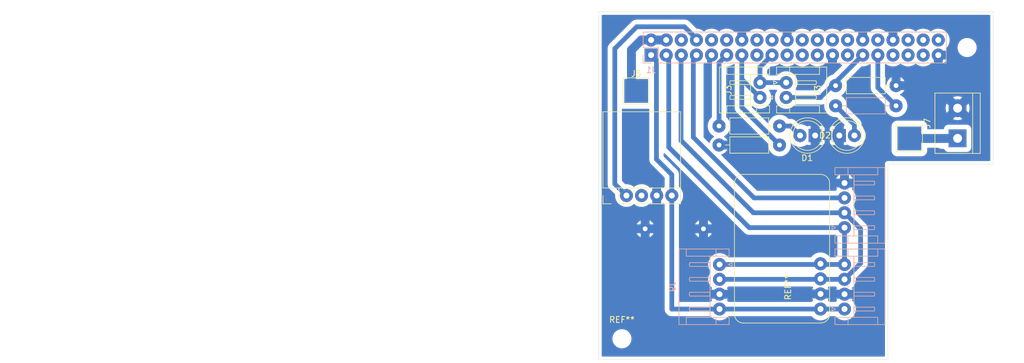
<source format=kicad_pcb>
(kicad_pcb (version 20240108) (generator "pcbnew") (generator_version "8.0")
  (layers (0 "F.Cu" signal) (31 "B.Cu" signal) (34 "B.Paste" user) (35 "F.Paste" user) (36 "B.SilkS" user "B.Silkscreen") (37 "F.SilkS" user "F.Silkscreen") (38 "B.Mask" user) (39 "F.Mask" user) (44 "Edge.Cuts" user))
  (net 0 "")
  (net 1 "GPIO13")
  (net 2 "Net-(D1-A)")
  (net 4 "Net-(D2-A)")
  (net 5 "+3.3V")
  (net 6 "TX")
  (net 7 "RX")
  (net 8 "GND")
  (net 11 "GPIO6")
  (net 15 "GPIO27")
  (net 18 "GPIO17")
  (net 19 "+5V")
  (net 21 "SDA")
  (net 26 "SCL")
  (net 31 "GPIO4")
  (net 33 "Net-(J5-Pin_1)")
  (net 34 "GPIO5")
  (footprint "Library_komsos:MountingHole_2.2mm_M2" (layer "F.Cu") (at 149.5 102)
    (property "Reference" "REF**" (at 0 -3.2 0) (layer "F.SilkS"))
    (property "Value" "MountingHole_2.2mm_M2")
    (pad "" np_thru_hole circle (at 0 0) (size 2.2 2.2) (drill 2.2) (layers "F&B.Cu" "*.Mask") (clearance 0.5))
  )
  (footprint "Library_komsos:JST_EH_S2B-EH_1x02_P2.50mm_Horizontal_kosmos" (layer "F.Cu") (at 172.7 61.4 90)
    (property "Reference" "J3" (at 1.25 -5.3025 90) (layer "F.SilkS"))
    (property "Value" "ILS 1")
    (fp_line (start 5.11 -6.81) (end 5.11 1.61) (stroke (width 0.12)) (layer "F.SilkS"))
    (fp_line (start -2.61 -6.81) (end 5.11 -6.81) (stroke (width 0.12)) (layer "F.SilkS"))
    (fp_line (start 5.11 -5.59) (end 3.89 -5.59) (stroke (width 0.12)) (layer "F.SilkS"))
    (fp_line (start 3.89 -5.59) (end 3.89 -0.59) (stroke (width 0.12)) (layer "F.SilkS"))
    (fp_line (start -1.39 -5.59) (end -1.39 -0.59) (stroke (width 0.12)) (layer "F.SilkS"))
    (fp_line (start -2.61 -5.59) (end -1.39 -5.59) (stroke (width 0.12)) (layer "F.SilkS"))
    (fp_line (start 2.5 -5.09) (end 2.82 -5.01) (stroke (width 0.12)) (layer "F.SilkS"))
    (fp_line (start 0 -5.09) (end 0.32 -5.01) (stroke (width 0.12)) (layer "F.SilkS"))
    (fp_line (start 2.82 -5.01) (end 2.82 -1.59) (stroke (width 0.12)) (layer "F.SilkS"))
    (fp_line (start 2.18 -5.01) (end 2.5 -5.09) (stroke (width 0.12)) (layer "F.SilkS"))
    (fp_line (start 0.32 -5.01) (end 0.32 -1.59) (stroke (width 0.12)) (layer "F.SilkS"))
    (fp_line (start -0.32 -5.01) (end 0 -5.09) (stroke (width 0.12)) (layer "F.SilkS"))
    (fp_line (start 2.82 -1.59) (end 2.5 -1.59) (stroke (width 0.12)) (layer "F.SilkS"))
    (fp_line (start 2.5 -1.59) (end 2.18 -1.59) (stroke (width 0.12)) (layer "F.SilkS"))
    (fp_line (start 2.18 -1.59) (end 2.18 -5.01) (stroke (width 0.12)) (layer "F.SilkS"))
    (fp_line (start 0.32 -1.59) (end 0 -1.59) (stroke (width 0.12)) (layer "F.SilkS"))
    (fp_line (start 0 -1.59) (end -0.32 -1.59) (stroke (width 0.12)) (layer "F.SilkS"))
    (fp_line (start -0.32 -1.59) (end -0.32 -5.01) (stroke (width 0.12)) (layer "F.SilkS"))
    (fp_line (start -1.39 -1.59) (end 3.89 -1.59) (stroke (width 0.12)) (layer "F.SilkS"))
    (fp_line (start 3.89 -0.59) (end 5.11 -0.59) (stroke (width 0.12)) (layer "F.SilkS"))
    (fp_line (start 1.17 -0.59) (end 1.33 -0.59) (stroke (width 0.12)) (layer "F.SilkS"))
    (fp_line (start -1.39 -0.59) (end -2.61 -0.59) (stroke (width 0.12)) (layer "F.SilkS"))
    (fp_line (start -1.39 -0.59) (end -1.39 1.61) (stroke (width 0.12)) (layer "F.SilkS"))
    (fp_line (start 0 1.5) (end -0.3 2.1) (stroke (width 0.12)) (layer "F.SilkS"))
    (fp_line (start 5.11 1.61) (end 3.89 1.61) (stroke (width 0.12)) (layer "F.SilkS"))
    (fp_line (start 3.89 1.61) (end 3.89 -0.59) (stroke (width 0.12)) (layer "F.SilkS"))
    (fp_line (start -1.39 1.61) (end -2.61 1.61) (stroke (width 0.12)) (layer "F.SilkS"))
    (fp_line (start -2.61 1.61) (end -2.61 -6.81) (stroke (width 0.12)) (layer "F.SilkS"))
    (fp_line (start 0.3 2.1) (end 0 1.5) (stroke (width 0.12)) (layer "F.SilkS"))
    (fp_line (start -0.3 2.1) (end 0.3 2.1) (stroke (width 0.12)) (layer "F.SilkS"))
    (pad "1" thru_hole circle (at 0 0 90) (size 2.2 2.2) (drill 1) (layers "*.Cu" "*.Mask") (net 15 "GPIO27"))
    (pad "2" thru_hole oval (at 2.5 0 90) (size 2.2 2.2) (drill 1) (layers "*.Cu" "*.Mask") (net 5 "+3.3V"))
  )
  (footprint "Library_komsos:TestPoint_Pad_4.0x4.0mm_KOSMOS" (layer "F.Cu") (at 151.9 60.3)
    (property "Reference" "J5" (at 0 -2.898 0) (layer "F.SilkS"))
    (property "Value" "Conn_01x01_Socket_Solder_Pad" (hide yes))
    (fp_line (start -2.2 -2.2) (end 2.2 -2.2) (stroke (width 0.12)) (layer "F.SilkS"))
    (fp_line (start -2.2 2.2) (end -2.2 -2.2) (stroke (width 0.12)) (layer "F.SilkS"))
    (fp_line (start 2.2 -2.2) (end 2.2 2.2) (stroke (width 0.12)) (layer "F.SilkS"))
    (fp_line (start 2.2 2.2) (end -2.2 2.2) (stroke (width 0.12)) (layer "F.SilkS"))
    (pad "1" smd rect (at 0 0) (size 4 4) (layers "B.Cu" "B.Mask") (net 33 "Net-(J5-Pin_1)") (clearance 1))
  )
  (footprint "Library_komsos:JST_EH_S2B-EH_1x02_P2.50mm_Horizontal_kosmos" (layer "F.Cu") (at 177.1 58.9 -90)
    (property "Reference" "J3" (at 1.25 -5.3025 90) (layer "F.SilkS"))
    (property "Value" "ILS 1")
    (fp_line (start -0.3 2.1) (end 0.3 2.1) (stroke (width 0.12)) (layer "F.SilkS"))
    (fp_line (start 0.3 2.1) (end 0 1.5) (stroke (width 0.12)) (layer "F.SilkS"))
    (fp_line (start -2.61 1.61) (end -2.61 -6.81) (stroke (width 0.12)) (layer "F.SilkS"))
    (fp_line (start -1.39 1.61) (end -2.61 1.61) (stroke (width 0.12)) (layer "F.SilkS"))
    (fp_line (start 3.89 1.61) (end 3.89 -0.59) (stroke (width 0.12)) (layer "F.SilkS"))
    (fp_line (start 5.11 1.61) (end 3.89 1.61) (stroke (width 0.12)) (layer "F.SilkS"))
    (fp_line (start 0 1.5) (end -0.3 2.1) (stroke (width 0.12)) (layer "F.SilkS"))
    (fp_line (start -1.39 -0.59) (end -1.39 1.61) (stroke (width 0.12)) (layer "F.SilkS"))
    (fp_line (start -1.39 -0.59) (end -2.61 -0.59) (stroke (width 0.12)) (layer "F.SilkS"))
    (fp_line (start 1.17 -0.59) (end 1.33 -0.59) (stroke (width 0.12)) (layer "F.SilkS"))
    (fp_line (start 3.89 -0.59) (end 5.11 -0.59) (stroke (width 0.12)) (layer "F.SilkS"))
    (fp_line (start -1.39 -1.59) (end 3.89 -1.59) (stroke (width 0.12)) (layer "F.SilkS"))
    (fp_line (start -0.32 -1.59) (end -0.32 -5.01) (stroke (width 0.12)) (layer "F.SilkS"))
    (fp_line (start 0 -1.59) (end -0.32 -1.59) (stroke (width 0.12)) (layer "F.SilkS"))
    (fp_line (start 0.32 -1.59) (end 0 -1.59) (stroke (width 0.12)) (layer "F.SilkS"))
    (fp_line (start 2.18 -1.59) (end 2.18 -5.01) (stroke (width 0.12)) (layer "F.SilkS"))
    (fp_line (start 2.5 -1.59) (end 2.18 -1.59) (stroke (width 0.12)) (layer "F.SilkS"))
    (fp_line (start 2.82 -1.59) (end 2.5 -1.59) (stroke (width 0.12)) (layer "F.SilkS"))
    (fp_line (start -0.32 -5.01) (end 0 -5.09) (stroke (width 0.12)) (layer "F.SilkS"))
    (fp_line (start 0.32 -5.01) (end 0.32 -1.59) (stroke (width 0.12)) (layer "F.SilkS"))
    (fp_line (start 2.18 -5.01) (end 2.5 -5.09) (stroke (width 0.12)) (layer "F.SilkS"))
    (fp_line (start 2.82 -5.01) (end 2.82 -1.59) (stroke (width 0.12)) (layer "F.SilkS"))
    (fp_line (start 0 -5.09) (end 0.32 -5.01) (stroke (width 0.12)) (layer "F.SilkS"))
    (fp_line (start 2.5 -5.09) (end 2.82 -5.01) (stroke (width 0.12)) (layer "F.SilkS"))
    (fp_line (start -2.61 -5.59) (end -1.39 -5.59) (stroke (width 0.12)) (layer "F.SilkS"))
    (fp_line (start -1.39 -5.59) (end -1.39 -0.59) (stroke (width 0.12)) (layer "F.SilkS"))
    (fp_line (start 3.89 -5.59) (end 3.89 -0.59) (stroke (width 0.12)) (layer "F.SilkS"))
    (fp_line (start 5.11 -5.59) (end 3.89 -5.59) (stroke (width 0.12)) (layer "F.SilkS"))
    (fp_line (start -2.61 -6.81) (end 5.11 -6.81) (stroke (width 0.12)) (layer "F.SilkS"))
    (fp_line (start 5.11 -6.81) (end 5.11 1.61) (stroke (width 0.12)) (layer "F.SilkS"))
    (pad "1" thru_hole circle (at 0 0 270) (size 2.2 2.2) (drill 1) (layers "*.Cu" "*.Mask") (net 5 "+3.3V"))
    (pad "2" thru_hole oval (at 2.5 0 270) (size 2.2 2.2) (drill 1) (layers "*.Cu" "*.Mask") (net 34 "GPIO5"))
  )
  (footprint "" (layer "F.Cu") (at 153.4 83.5)
    (property "Reference" "" (at 0 0 0) (layer "F.SilkS") (effects (font (size 1.27 1.27))))
    (property "Value" "")
    (pad "2" thru_hole oval (at 0 0 180) (size 2.2 2.2) (drill 0.8) (layers "*.Cu" "*.Mask") (net 8 "GND"))
  )
  (footprint "Library_komsos:TerminalBlock_bornier-2_P5.08mm_v3mm" (layer "F.Cu") (at 205.9 68.28 90)
    (property "Reference" "J7" (at 2.54 -5.08 90) (layer "F.SilkS"))
    (property "Value" "Alim_Principale")
    (fp_line (start 7.62 -3.81) (end -2.54 -3.81) (stroke (width 0.12)) (layer "F.SilkS"))
    (fp_line (start -2.54 -3.81) (end -2.54 3.81) (stroke (width 0.12)) (layer "F.SilkS"))
    (fp_line (start 7.62 2.54) (end -2.54 2.54) (stroke (width 0.12)) (layer "F.SilkS"))
    (fp_line (start 7.62 3.81) (end 7.62 -3.81) (stroke (width 0.12)) (layer "F.SilkS"))
    (fp_line (start -2.54 3.81) (end 7.62 3.81) (stroke (width 0.12)) (layer "F.SilkS"))
    (pad "1" thru_hole rect (at 0 0 90) (size 3 3) (drill 1.5) (layers "*.Cu" "*.Mask") (net 19 "+5V"))
    (pad "2" thru_hole circle (at 5.08 0 90) (size 3 3) (drill 1.5) (layers "*.Cu" "*.Mask") (net 8 "GND"))
  )
  (footprint "Library_komsos:GPS_BDS_BeiDou_Dual_Module_v2.2mm" (layer "F.Cu") (at 147.72 77.9 90)
    (property "Reference" "IC1" (hide yes))
    (property "Value" "Module_GPS")
    (fp_line (start 14.1 -1.4) (end 1.27 -1.4) (stroke (width 0.12)) (layer "F.SilkS"))
    (fp_line (start 1.27 -1.4) (end 1.27 1.27) (stroke (width 0.12)) (layer "F.SilkS"))
    (fp_line (start 0 -1.4) (end -1.4 -1.4) (stroke (width 0.12)) (layer "F.SilkS"))
    (fp_line (start -1.4 -1.4) (end -1.4 0) (stroke (width 0.12)) (layer "F.SilkS"))
    (fp_line (start 1.27 1.27) (end -1.4 1.27) (stroke (width 0.12)) (layer "F.SilkS"))
    (fp_line (start 1.27 1.27) (end 1.27 11.63) (stroke (width 0.12)) (layer "F.SilkS"))
    (fp_line (start -1.4 1.27) (end -1.4 11.63) (stroke (width 0.12)) (layer "F.SilkS"))
    (fp_line (start 14.1 11.63) (end 14.1 -1.4) (stroke (width 0.12)) (layer "F.SilkS"))
    (fp_line (start -1.4 11.63) (end 14.1 11.63) (stroke (width 0.12)) (layer "F.SilkS"))
    (pad "2" thru_hole oval (at 0 2.54 90) (size 2.2 2.2) (drill 1) (layers "*.Cu" "*.Mask") (net 6 "TX"))
    (pad "3" thru_hole oval (at 0 5.08 90) (size 2.2 2.2) (drill 1) (layers "*.Cu" "*.Mask") (net 7 "RX"))
    (pad "4" thru_hole oval (at 0 7.62 90) (size 2.2 2.2) (drill 1) (layers "*.Cu" "*.Mask") (net 8 "GND"))
    (pad "5" thru_hole oval (at 0 10.16 90) (size 2.2 2.2) (drill 1) (layers "*.Cu" "*.Mask") (net 5 "+3.3V"))
  )
  (footprint "Sensor:SEN0419" (layer "F.Cu") (at 170.900001 96.848 90)
    (property "Reference" "REF**" (at 3.5 6.5 90) (layer "F.SilkS"))
    (property "Value" "SEN0419")
    (fp_line (start 21 -2.5) (end -1 -2.5) (stroke (width 0.12)) (layer "F.SilkS"))
    (fp_line (start 22.499998 -1.000002) (end 22.499998 11.999998) (stroke (width 0.12)) (layer "F.SilkS"))
    (fp_line (start -2.5 12) (end -2.5 -1) (stroke (width 0.12)) (layer "F.SilkS"))
    (fp_line (start -1.000002 13.499998) (end 20.999998 13.499998) (stroke (width 0.12)) (layer "F.SilkS"))
    (fp_arc (start 21 -2.5) (mid 22.060659 -2.060661) (end 22.499998 -1.000002) (stroke (width 0.12)) (layer "F.SilkS"))
    (fp_arc (start -2.5 -1) (mid -2.060661 -2.060659) (end -1.000002 -2.499998) (stroke (width 0.12)) (layer "F.SilkS"))
    (fp_arc (start 22.499998 11.999998) (mid 22.060659 13.060658) (end 21 13.499996) (stroke (width 0.12)) (layer "F.SilkS"))
    (fp_arc (start -1.000002 13.499998) (mid -2.060661 13.060659) (end -2.5 12) (stroke (width 0.12)) (layer "F.SilkS"))
    (pad "1" thru_hole oval (at -0.152 11.967 90) (size 2.2 2.2) (drill 1) (layers "*.Cu" "*.Mask") (net 5 "+3.3V"))
    (pad "2" thru_hole oval (at 2.388 11.967 90) (size 2.2 2.2) (drill 1) (layers "*.Cu" "*.Mask") (net 8 "GND"))
    (pad "3" thru_hole circle (at 4.928 11.967 90) (size 2.2 2.2) (drill 1) (layers "*.Cu" "*.Mask") (net 26 "SCL"))
    (pad "4" thru_hole circle (at 7.468 11.967 90) (size 2.2 2.2) (drill 1) (layers "*.Cu" "*.Mask") (net 21 "SDA"))
  )
  (footprint "Library_komsos:LED_D5.0mm_v2.2mm" (layer "F.Cu") (at 181.965 67.8 180)
    (property "Reference" "D1" (at 1.34 -3.775 0) (layer "F.SilkS"))
    (property "Value" "LED_verte")
    (fp_line (start -1.29 -1.545) (end -1.29 1.545) (stroke (width 0.12)) (layer "F.SilkS"))
    (fp_arc (start 4.26 -0.000462) (mid 2.072002 2.880433) (end -1.29 1.54483) (stroke (width 0.12)) (layer "F.SilkS"))
    (fp_arc (start -1.29 -1.54483) (mid 2.072002 -2.880433) (end 4.26 0.000462) (stroke (width 0.12)) (layer "F.SilkS"))
    (fp_circle (center 1.27 0) (end 3.77 0) (stroke (width 0.12)) (fill none) (layer "F.SilkS"))
    (pad "1" thru_hole rect (at 0 0 180) (size 2.2 2.2) (drill 1) (layers "*.Cu" "*.Mask") (net 8 "GND"))
    (pad "2" thru_hole circle (at 2.54 0 180) (size 2.2 2.2) (drill 1) (layers "*.Cu" "*.Mask") (net 2 "Net-(D1-A)"))
  )
  (footprint "Library_komsos:MountingHole_2.2mm_M2" (layer "F.Cu") (at 207.5 53)
    (property "Reference" "REF**" (hide yes))
    (property "Value" "MountingHole_2.2mm_M2")
    (pad "" np_thru_hole circle (at 0 0) (size 2.2 2.2) (drill 2.2) (layers "F&B.Cu" "*.Mask") (clearance 0.5))
  )
  (footprint "Library_komsos:LED_D5.0mm_v2.2mm" (layer "F.Cu") (at 186.025 67.8)
    (property "Reference" "D2" (at -2.4 -0.025 0) (layer "F.SilkS"))
    (property "Value" "LED_rouge")
    (fp_line (start -1.29 -1.545) (end -1.29 1.545) (stroke (width 0.12)) (layer "F.SilkS"))
    (fp_arc (start -1.29 -1.54483) (mid 2.072002 -2.880433) (end 4.26 0.000462) (stroke (width 0.12)) (layer "F.SilkS"))
    (fp_arc (start 4.26 -0.000462) (mid 2.072002 2.880433) (end -1.29 1.54483) (stroke (width 0.12)) (layer "F.SilkS"))
    (fp_circle (center 1.27 0) (end 3.77 0) (stroke (width 0.12)) (fill none) (layer "F.SilkS"))
    (pad "1" thru_hole rect (at 0 0) (size 2.2 2.2) (drill 1) (layers "*.Cu" "*.Mask") (net 8 "GND"))
    (pad "2" thru_hole circle (at 2.54 0) (size 2.2 2.2) (drill 1) (layers "*.Cu" "*.Mask") (net 4 "Net-(D2-A)"))
  )
  (footprint "Library_komsos:TestPoint_Pad_4.0x4.0mm_KOSMOS" (layer "F.Cu") (at 197.8 68.3)
    (property "Reference" "J6" (hide yes))
    (property "Value" "Conn_01x01_Socket_Solder_Pad" (hide yes))
    (fp_line (start -2.2 -2.2) (end 2.2 -2.2) (stroke (width 0.12)) (layer "F.SilkS"))
    (fp_line (start -2.2 2.2) (end -2.2 -2.2) (stroke (width 0.12)) (layer "F.SilkS"))
    (fp_line (start 2.2 -2.2) (end 2.2 2.2) (stroke (width 0.12)) (layer "F.SilkS"))
    (fp_line (start 2.2 2.2) (end -2.2 2.2) (stroke (width 0.12)) (layer "F.SilkS"))
    (pad "1" smd rect (at 0 0) (size 4 4) (layers "B.Cu" "B.Mask") (net 19 "+5V") (clearance 1))
  )
  (footprint "Library_komsos:R_Axial_DIN0207_L6.3mm_D2.5mm_P10.16mm_Horizontal_v2.2mm" (layer "F.Cu") (at 185.4 59.4)
    (property "Reference" "R4" (hide yes))
    (property "Value" "10k")
    (fp_line (start 1.04 0) (end 1.81 0) (stroke (width 0.12)) (layer "F.SilkS"))
    (fp_line (start 1.81 -1.37) (end 1.81 1.37) (stroke (width 0.12)) (layer "F.SilkS"))
    (fp_line (start 1.81 1.37) (end 8.35 1.37) (stroke (width 0.12)) (layer "F.SilkS"))
    (fp_line (start 8.35 -1.37) (end 1.81 -1.37) (stroke (width 0.12)) (layer "F.SilkS"))
    (fp_line (start 8.35 1.37) (end 8.35 -1.37) (stroke (width 0.12)) (layer "F.SilkS"))
    (fp_line (start 9.12 0) (end 8.35 0) (stroke (width 0.12)) (layer "F.SilkS"))
    (pad "1" thru_hole oval (at 0 0) (size 2.2 2.2) (drill 0.8) (layers "*.Cu" "*.Mask") (net 34 "GPIO5"))
    (pad "2" thru_hole oval (at 10.16 0) (size 2.2 2.2) (drill 0.8) (layers "*.Cu" "*.Mask") (net 8 "GND"))
  )
  (footprint "" (layer "F.Cu") (at 163.2 83.5)
    (property "Reference" "" (at 0 0 0) (layer "F.SilkS") (effects (font (size 1.27 1.27))))
    (property "Value" "")
    (pad "2" thru_hole oval (at 0 0 180) (size 2.2 2.2) (drill 0.8) (layers "*.Cu" "*.Mask") (net 8 "GND"))
  )
  (footprint "Library_komsos:R_Axial_DIN0207_L6.3mm_D2.5mm_P10.16mm_Horizontal_v2.2mm" (layer "F.Cu") (at 175.98 69.4 180)
    (property "Reference" "R3" (hide yes))
    (property "Value" "10k")
    (fp_line (start 9.12 0) (end 8.35 0) (stroke (width 0.12)) (layer "F.SilkS"))
    (fp_line (start 8.35 1.37) (end 8.35 -1.37) (stroke (width 0.12)) (layer "F.SilkS"))
    (fp_line (start 8.35 -1.37) (end 1.81 -1.37) (stroke (width 0.12)) (layer "F.SilkS"))
    (fp_line (start 1.81 1.37) (end 8.35 1.37) (stroke (width 0.12)) (layer "F.SilkS"))
    (fp_line (start 1.81 -1.37) (end 1.81 1.37) (stroke (width 0.12)) (layer "F.SilkS"))
    (fp_line (start 1.04 0) (end 1.81 0) (stroke (width 0.12)) (layer "F.SilkS"))
    (pad "1" thru_hole oval (at 0 0 180) (size 2.2 2.2) (drill 0.8) (layers "*.Cu" "*.Mask") (net 15 "GPIO27"))
    (pad "2" thru_hole oval (at 10.16 0 180) (size 2.2 2.2) (drill 0.8) (layers "*.Cu" "*.Mask") (net 8 "GND"))
  )
  (footprint "Library_komsos:R_Axial_DIN0207_L6.3mm_D2.5mm_P10.16mm_Horizontal_v2.2mm" (layer "F.Cu") (at 165.82 66.2)
    (property "Reference" "R1" (hide yes))
    (property "Value" "260")
    (fp_line (start 1.04 0) (end 1.81 0) (stroke (width 0.12)) (layer "F.SilkS"))
    (fp_line (start 1.81 -1.37) (end 1.81 1.37) (stroke (width 0.12)) (layer "F.SilkS"))
    (fp_line (start 1.81 1.37) (end 8.35 1.37) (stroke (width 0.12)) (layer "F.SilkS"))
    (fp_line (start 8.35 -1.37) (end 1.81 -1.37) (stroke (width 0.12)) (layer "F.SilkS"))
    (fp_line (start 8.35 1.37) (end 8.35 -1.37) (stroke (width 0.12)) (layer "F.SilkS"))
    (fp_line (start 9.12 0) (end 8.35 0) (stroke (width 0.12)) (layer "F.SilkS"))
    (pad "1" thru_hole oval (at 0 0) (size 2.2 2.2) (drill 0.8) (layers "*.Cu" "*.Mask") (net 18 "GPIO17"))
    (pad "2" thru_hole oval (at 10.16 0) (size 2.2 2.2) (drill 0.8) (layers "*.Cu" "*.Mask") (net 2 "Net-(D1-A)"))
  )
  (footprint "Library_komsos:JST_EH_S4B-EH_1x04_P2.50mm_Horizontal_kosmos" (layer "B.Cu") (at 165.9 89.5 -90)
    (property "Reference" "J9" (at 3.75 7.9 90) (layer "B.SilkS") (effects (justify mirror)))
    (property "Value" "Capteur_Lux")
    (fp_line (start -2.61 6.81) (end -2.61 -1.61) (stroke (width 0.12)) (layer "B.SilkS"))
    (fp_line (start 10.11 6.81) (end -2.61 6.81) (stroke (width 0.12)) (layer "B.SilkS"))
    (fp_line (start -1.39 5.59) (end -2.61 5.59) (stroke (width 0.12)) (layer "B.SilkS"))
    (fp_line (start 8.89 5.59) (end 10.11 5.59) (stroke (width 0.12)) (layer "B.SilkS"))
    (fp_line (start 0 5.09) (end -0.32 5.01) (stroke (width 0.12)) (layer "B.SilkS"))
    (fp_line (start 2.5 5.09) (end 2.18 5.01) (stroke (width 0.12)) (layer "B.SilkS"))
    (fp_line (start 5 5.09) (end 4.68 5.01) (stroke (width 0.12)) (layer "B.SilkS"))
    (fp_line (start 7.5 5.09) (end 7.18 5.01) (stroke (width 0.12)) (layer "B.SilkS"))
    (fp_line (start -0.32 5.01) (end -0.32 1.59) (stroke (width 0.12)) (layer "B.SilkS"))
    (fp_line (start 0.32 5.01) (end 0 5.09) (stroke (width 0.12)) (layer "B.SilkS"))
    (fp_line (start 2.18 5.01) (end 2.18 1.59) (stroke (width 0.12)) (layer "B.SilkS"))
    (fp_line (start 2.82 5.01) (end 2.5 5.09) (stroke (width 0.12)) (layer "B.SilkS"))
    (fp_line (start 4.68 5.01) (end 4.68 1.59) (stroke (width 0.12)) (layer "B.SilkS"))
    (fp_line (start 5.32 5.01) (end 5 5.09) (stroke (width 0.12)) (layer "B.SilkS"))
    (fp_line (start 7.18 5.01) (end 7.18 1.59) (stroke (width 0.12)) (layer "B.SilkS"))
    (fp_line (start 7.82 5.01) (end 7.5 5.09) (stroke (width 0.12)) (layer "B.SilkS"))
    (fp_line (start -0.32 1.59) (end 0 1.59) (stroke (width 0.12)) (layer "B.SilkS"))
    (fp_line (start 0 1.59) (end 0.32 1.59) (stroke (width 0.12)) (layer "B.SilkS"))
    (fp_line (start 0.32 1.59) (end 0.32 5.01) (stroke (width 0.12)) (layer "B.SilkS"))
    (fp_line (start 2.18 1.59) (end 2.5 1.59) (stroke (width 0.12)) (layer "B.SilkS"))
    (fp_line (start 2.5 1.59) (end 2.82 1.59) (stroke (width 0.12)) (layer "B.SilkS"))
    (fp_line (start 2.82 1.59) (end 2.82 5.01) (stroke (width 0.12)) (layer "B.SilkS"))
    (fp_line (start 4.68 1.59) (end 5 1.59) (stroke (width 0.12)) (layer "B.SilkS"))
    (fp_line (start 5 1.59) (end 5.32 1.59) (stroke (width 0.12)) (layer "B.SilkS"))
    (fp_line (start 5.32 1.59) (end 5.32 5.01) (stroke (width 0.12)) (layer "B.SilkS"))
    (fp_line (start 7.18 1.59) (end 7.5 1.59) (stroke (width 0.12)) (layer "B.SilkS"))
    (fp_line (start 7.5 1.59) (end 7.82 1.59) (stroke (width 0.12)) (layer "B.SilkS"))
    (fp_line (start 7.82 1.59) (end 7.82 5.01) (stroke (width 0.12)) (layer "B.SilkS"))
    (fp_line (start 8.89 1.59) (end -1.39 1.59) (stroke (width 0.12)) (layer "B.SilkS"))
    (fp_line (start -2.61 0.59) (end -1.39 0.59) (stroke (width 0.12)) (layer "B.SilkS"))
    (fp_line (start -1.39 0.59) (end -1.39 5.59) (stroke (width 0.12)) (layer "B.SilkS"))
    (fp_line (start 1.33 0.59) (end 1.17 0.59) (stroke (width 0.12)) (layer "B.SilkS"))
    (fp_line (start 3.83 0.59) (end 3.67 0.59) (stroke (width 0.12)) (layer "B.SilkS"))
    (fp_line (start 6.33 0.59) (end 6.17 0.59) (stroke (width 0.12)) (layer "B.SilkS"))
    (fp_line (start 8.89 0.59) (end 8.89 5.59) (stroke (width 0.12)) (layer "B.SilkS"))
    (fp_line (start 8.89 0.59) (end 8.89 -1.61) (stroke (width 0.12)) (layer "B.SilkS"))
    (fp_line (start 10.11 0.59) (end 8.89 0.59) (stroke (width 0.12)) (layer "B.SilkS"))
    (fp_line (start 0 -1.5) (end 0.3 -2.1) (stroke (width 0.12)) (layer "B.SilkS"))
    (fp_line (start -2.61 -1.61) (end -1.39 -1.61) (stroke (width 0.12)) (layer "B.SilkS"))
    (fp_line (start -1.39 -1.61) (end -1.39 0.59) (stroke (width 0.12)) (layer "B.SilkS"))
    (fp_line (start 8.89 -1.61) (end 10.11 -1.61) (stroke (width 0.12)) (layer "B.SilkS"))
    (fp_line (start 10.11 -1.61) (end 10.11 6.81) (stroke (width 0.12)) (layer "B.SilkS"))
    (fp_line (start -0.3 -2.1) (end 0 -1.5) (stroke (width 0.12)) (layer "B.SilkS"))
    (fp_line (start 0.3 -2.1) (end -0.3 -2.1) (stroke (width 0.12)) (layer "B.SilkS"))
    (pad "1" thru_hole circle (at 0 0 270) (size 2.2 2.2) (drill 1) (layers "*.Cu" "*.Mask") (net 21 "SDA"))
    (pad "2" thru_hole oval (at 2.5 0 270) (size 2.2 2.2) (drill 1) (layers "*.Cu" "*.Mask") (net 26 "SCL"))
    (pad "3" thru_hole oval (at 5 0 270) (size 2.2 2.2) (drill 1) (layers "*.Cu" "*.Mask") (net 8 "GND"))
    (pad "4" thru_hole circle (at 7.5 0 270) (size 2.2 2.2) (drill 1) (layers "*.Cu" "*.Mask") (net 5 "+3.3V"))
  )
  (footprint "Library_komsos:JST_EH_S4B-EH_1x04_P2.50mm_Horizontal_kosmos" (layer "B.Cu") (at 186.9 83.3 90)
    (property "Reference" "J2" (hide yes))
    (property "Value" "Arduino_Motor")
    (fp_line (start 0.3 -2.1) (end -0.3 -2.1) (stroke (width 0.12)) (layer "B.SilkS"))
    (fp_line (start -0.3 -2.1) (end 0 -1.5) (stroke (width 0.12)) (layer "B.SilkS"))
    (fp_line (start 10.11 -1.61) (end 10.11 6.81) (stroke (width 0.12)) (layer "B.SilkS"))
    (fp_line (start 8.89 -1.61) (end 10.11 -1.61) (stroke (width 0.12)) (layer "B.SilkS"))
    (fp_line (start -1.39 -1.61) (end -1.39 0.59) (stroke (width 0.12)) (layer "B.SilkS"))
    (fp_line (start -2.61 -1.61) (end -1.39 -1.61) (stroke (width 0.12)) (layer "B.SilkS"))
    (fp_line (start 0 -1.5) (end 0.3 -2.1) (stroke (width 0.12)) (layer "B.SilkS"))
    (fp_line (start 10.11 0.59) (end 8.89 0.59) (stroke (width 0.12)) (layer "B.SilkS"))
    (fp_line (start 8.89 0.59) (end 8.89 -1.61) (stroke (width 0.12)) (layer "B.SilkS"))
    (fp_line (start 8.89 0.59) (end 8.89 5.59) (stroke (width 0.12)) (layer "B.SilkS"))
    (fp_line (start 6.33 0.59) (end 6.17 0.59) (stroke (width 0.12)) (layer "B.SilkS"))
    (fp_line (start 3.83 0.59) (end 3.67 0.59) (stroke (width 0.12)) (layer "B.SilkS"))
    (fp_line (start 1.33 0.59) (end 1.17 0.59) (stroke (width 0.12)) (layer "B.SilkS"))
    (fp_line (start -1.39 0.59) (end -1.39 5.59) (stroke (width 0.12)) (layer "B.SilkS"))
    (fp_line (start -2.61 0.59) (end -1.39 0.59) (stroke (width 0.12)) (layer "B.SilkS"))
    (fp_line (start 8.89 1.59) (end -1.39 1.59) (stroke (width 0.12)) (layer "B.SilkS"))
    (fp_line (start 7.82 1.59) (end 7.82 5.01) (stroke (width 0.12)) (layer "B.SilkS"))
    (fp_line (start 7.5 1.59) (end 7.82 1.59) (stroke (width 0.12)) (layer "B.SilkS"))
    (fp_line (start 7.18 1.59) (end 7.5 1.59) (stroke (width 0.12)) (layer "B.SilkS"))
    (fp_line (start 5.32 1.59) (end 5.32 5.01) (stroke (width 0.12)) (layer "B.SilkS"))
    (fp_line (start 5 1.59) (end 5.32 1.59) (stroke (width 0.12)) (layer "B.SilkS"))
    (fp_line (start 4.68 1.59) (end 5 1.59) (stroke (width 0.12)) (layer "B.SilkS"))
    (fp_line (start 2.82 1.59) (end 2.82 5.01) (stroke (width 0.12)) (layer "B.SilkS"))
    (fp_line (start 2.5 1.59) (end 2.82 1.59) (stroke (width 0.12)) (layer "B.SilkS"))
    (fp_line (start 2.18 1.59) (end 2.5 1.59) (stroke (width 0.12)) (layer "B.SilkS"))
    (fp_line (start 0.32 1.59) (end 0.32 5.01) (stroke (width 0.12)) (layer "B.SilkS"))
    (fp_line (start 0 1.59) (end 0.32 1.59) (stroke (width 0.12)) (layer "B.SilkS"))
    (fp_line (start -0.32 1.59) (end 0 1.59) (stroke (width 0.12)) (layer "B.SilkS"))
    (fp_line (start 7.82 5.01) (end 7.5 5.09) (stroke (width 0.12)) (layer "B.SilkS"))
    (fp_line (start 7.18 5.01) (end 7.18 1.59) (stroke (width 0.12)) (layer "B.SilkS"))
    (fp_line (start 5.32 5.01) (end 5 5.09) (stroke (width 0.12)) (layer "B.SilkS"))
    (fp_line (start 4.68 5.01) (end 4.68 1.59) (stroke (width 0.12)) (layer "B.SilkS"))
    (fp_line (start 2.82 5.01) (end 2.5 5.09) (stroke (width 0.12)) (layer "B.SilkS"))
    (fp_line (start 2.18 5.01) (end 2.18 1.59) (stroke (width 0.12)) (layer "B.SilkS"))
    (fp_line (start 0.32 5.01) (end 0 5.09) (stroke (width 0.12)) (layer "B.SilkS"))
    (fp_line (start -0.32 5.01) (end -0.32 1.59) (stroke (width 0.12)) (layer "B.SilkS"))
    (fp_line (start 7.5 5.09) (end 7.18 5.01) (stroke (width 0.12)) (layer "B.SilkS"))
    (fp_line (start 5 5.09) (end 4.68 5.01) (stroke (width 0.12)) (layer "B.SilkS"))
    (fp_line (start 2.5 5.09) (end 2.18 5.01) (stroke (width 0.12)) (layer "B.SilkS"))
    (fp_line (start 0 5.09) (end -0.32 5.01) (stroke (width 0.12)) (layer "B.SilkS"))
    (fp_line (start 8.89 5.59) (end 10.11 5.59) (stroke (width 0.12)) (layer "B.SilkS"))
    (fp_line (start -1.39 5.59) (end -2.61 5.59) (stroke (width 0.12)) (layer "B.SilkS"))
    (fp_line (start 10.11 6.81) (end -2.61 6.81) (stroke (width 0.12)) (layer "B.SilkS"))
    (fp_line (start -2.61 6.81) (end -2.61 -1.61) (stroke (width 0.12)) (layer "B.SilkS"))
    (pad "1" thru_hole oval (at 0 0 90) (size 2.2 2.2) (drill 1) (layers "*.Cu" "*.Mask") (net 21 "SDA"))
    (pad "2" thru_hole oval (at 2.5 0 90) (size 2.2 2.2) (drill 1) (layers "*.Cu" "*.Mask") (net 26 "SCL"))
    (pad "3" thru_hole oval (at 5 0 90) (size 2.2 2.2) (drill 1) (layers "*.Cu" "*.Mask") (net 31 "GPIO4"))
    (pad "4" thru_hole oval (at 7.5 0 90) (size 2.2 2.2) (drill 1) (layers "*.Cu" "*.Mask") (net 8 "GND"))
  )
  (footprint "Library_komsos:PinSocket_2x20_P2.54mm_Vertical_pad2.2mm" (layer "B.Cu") (at 154.4 54.27 -90)
    (property "Reference" "J1" (at 2.5 0 0) (layer "B.SilkS") (effects (justify mirror)))
    (property "Value" "Raspberry_Pi_2_3")
    (fp_line (start -1.27 1.33) (end -3.87 1.33) (stroke (width 0.12)) (layer "B.SilkS"))
    (fp_line (start 1.33 1.33) (end 0 1.33) (stroke (width 0.12)) (layer "B.SilkS"))
    (fp_line (start 1.33 0) (end 1.33 1.33) (stroke (width 0.12)) (layer "B.SilkS"))
    (fp_line (start -1.27 -1.27) (end -1.27 1.33) (stroke (width 0.12)) (layer "B.SilkS"))
    (fp_line (start 1.33 -1.27) (end -1.27 -1.27) (stroke (width 0.12)) (layer "B.SilkS"))
    (fp_line (start -3.87 -49.59) (end -3.87 1.33) (stroke (width 0.12)) (layer "B.SilkS"))
    (fp_line (start 1.33 -49.59) (end 1.33 -1.27) (stroke (width 0.12)) (layer "B.SilkS"))
    (fp_line (start 1.33 -49.59) (end -3.87 -49.59) (stroke (width 0.12)) (layer "B.SilkS"))
    (pad "1" thru_hole rect (at 0 0 270) (size 2.2 2.2) (drill 1) (layers "*.Cu" "*.Mask") (net 5 "+3.3V"))
    (pad "2" thru_hole oval (at -2.54 0 270) (size 2.2 2.2) (drill 1) (layers "*.Cu" "*.Mask") (net 33 "Net-(J5-Pin_1)"))
    (pad "3" thru_hole oval (at 0 -2.54 270) (size 2.2 2.2) (drill 1) (layers "*.Cu" "*.Mask") (net 21 "SDA"))
    (pad "4" thru_hole oval (at -2.54 -2.54 270) (size 2.2 2.2) (drill 1) (layers "*.Cu" "*.Mask") (net 33 "Net-(J5-Pin_1)"))
    (pad "5" thru_hole oval (at 0 -5.08 270) (size 2.2 2.2) (drill 1) (layers "*.Cu" "*.Mask") (net 26 "SCL"))
    (pad "6" thru_hole oval (at -2.54 -5.08 270) (size 2.2 2.2) (drill 1) (layers "*.Cu" "*.Mask") (net 8 "GND"))
    (pad "7" thru_hole oval (at 0 -7.62 270) (size 2.2 2.2) (drill 1) (layers "*.Cu" "*.Mask") (net 31 "GPIO4"))
    (pad "8" thru_hole oval (at -2.54 -7.62 270) (size 2.2 2.2) (drill 1) (layers "*.Cu" "*.Mask") (net 6 "TX"))
    (pad "9" thru_hole oval (at 0 -10.16 270) (size 2.2 2.2) (drill 1) (layers "*.Cu" "*.Mask") (net 8 "GND"))
    (pad "10" thru_hole oval (at -2.54 -10.16 270) (size 2.2 2.2) (drill 1) (layers "*.Cu" "*.Mask") (net 7 "RX"))
    (pad "11" thru_hole oval (at 0 -12.7 270) (size 2.2 2.2) (drill 1) (layers "*.Cu" "*.Mask") (net 18 "GPIO17"))
    (pad "12" thru_hole oval (at -2.54 -12.7 270) (size 2.2 2.2) (drill 1) (layers "*.Cu" "*.Mask"))
    (pad "13" thru_hole oval (at 0 -15.24 270) (size 2.2 2.2) (drill 1) (layers "*.Cu" "*.Mask") (net 15 "GPIO27"))
    (pad "14" thru_hole oval (at -2.54 -15.24 270) (size 2.2 2.2) (drill 1) (layers "*.Cu" "*.Mask") (net 8 "GND"))
    (pad "15" thru_hole oval (at 0 -17.78 270) (size 2.2 2.2) (drill 1) (layers "*.Cu" "*.Mask"))
    (pad "16" thru_hole oval (at -2.54 -17.78 270) (size 2.2 2.2) (drill 1) (layers "*.Cu" "*.Mask"))
    (pad "17" thru_hole oval (at 0 -20.32 270) (size 2.2 2.2) (drill 1) (layers "*.Cu" "*.Mask") (net 5 "+3.3V"))
    (pad "18" thru_hole oval (at -2.54 -20.32 270) (size 2.2 2.2) (drill 1) (layers "*.Cu" "*.Mask"))
    (pad "19" thru_hole oval (at 0 -22.86 270) (size 2.2 2.2) (drill 1) (layers "*.Cu" "*.Mask"))
    (pad "20" thru_hole oval (at -2.54 -22.86 270) (size 2.2 2.2) (drill 1) (layers "*.Cu" "*.Mask") (net 8 "GND"))
    (pad "21" thru_hole oval (at 0 -25.4 270) (size 2.2 2.2) (drill 1) (layers "*.Cu" "*.Mask"))
    (pad "22" thru_hole oval (at -2.54 -25.4 270) (size 2.2 2.2) (drill 1) (layers "*.Cu" "*.Mask"))
    (pad "23" thru_hole oval (at 0 -27.94 270) (size 2.2 2.2) (drill 1) (layers "*.Cu" "*.Mask"))
    (pad "24" thru_hole oval (at -2.54 -27.94 270) (size 2.2 2.2) (drill 1) (layers "*.Cu" "*.Mask"))
    (pad "25" thru_hole oval (at 0 -30.48 270) (size 2.2 2.2) (drill 1) (layers "*.Cu" "*.Mask") (net 8 "GND"))
    (pad "26" thru_hole oval (at -2.54 -30.48 270) (size 2.2 2.2) (drill 1) (layers "*.Cu" "*.Mask"))
    (pad "27" thru_hole oval (at 0 -33.02 270) (size 2.2 2.2) (drill 1) (layers "*.Cu" "*.Mask"))
    (pad "28" thru_hole oval (at -2.54 -33.02 270) (size 2.2 2.2) (drill 1) (layers "*.Cu" "*.Mask"))
    (pad "29" thru_hole oval (at 0 -35.56 270) (size 2.2 2.2) (drill 1) (layers "*.Cu" "*.Mask") (net 34 "GPIO5"))
    (pad "30" thru_hole oval (at -2.54 -35.56 270) (size 2.2 2.2) (drill 1) (layers "*.Cu" "*.Mask") (net 8 "GND"))
    (pad "31" thru_hole oval (at 0 -38.1 270) (size 2.2 2.2) (drill 1) (layers "*.Cu" "*.Mask") (net 11 "GPIO6"))
    (pad "32" thru_hole oval (at -2.54 -38.1 270) (size 2.2 2.2) (drill 1) (layers "*.Cu" "*.Mask"))
    (pad "33" thru_hole oval (at 0 -40.64 270) (size 2.2 2.2) (drill 1) (layers "*.Cu" "*.Mask") (net 1 "GPIO13"))
    (pad "34" thru_hole oval (at -2.54 -40.64 270) (size 2.2 2.2) (drill 1) (layers "*.Cu" "*.Mask") (net 8 "GND"))
    (pad "35" thru_hole oval (at 0 -43.18 270) (size 2.2 2.2) (drill 1) (layers "*.Cu" "*.Mask"))
    (pad "36" thru_hole oval (at -2.54 -43.18 270) (size 2.2 2.2) (drill 1) (layers "*.Cu" "*.Mask"))
    (pad "37" thru_hole oval (at 0 -45.72 270) (size 2.2 2.2) (drill 1) (layers "*.Cu" "*.Mask"))
    (pad "38" thru_hole oval (at -2.54 -45.72 270) (size 2.2 2.2) (drill 1) (layers "*.Cu" "*.Mask"))
    (pad "39" thru_hole oval (at 0 -48.26 270) (size 2.2 2.2) (drill 1) (layers "*.Cu" "*.Mask") (net 8 "GND"))
    (pad "40" thru_hole oval (at -2.54 -48.26 270) (size 2.2 2.2) (drill 1) (layers "*.Cu" "*.Mask"))
  )
  (footprint "Library_komsos:R_Axial_DIN0207_L6.3mm_D2.5mm_P10.16mm_Horizontal_v2.2mm" (layer "B.Cu") (at 195.56 62.8 180)
    (property "Reference" "R2" (hide yes))
    (property "Value" "260")
    (fp_line (start 8.35 1.37) (end 8.35 -1.37) (stroke (width 0.12)) (layer "B.SilkS"))
    (fp_line (start 8.35 0) (end 9.12 0) (stroke (width 0.12)) (layer "B.SilkS"))
    (fp_line (start 8.35 -1.37) (end 1.81 -1.37) (stroke (width 0.12)) (layer "B.SilkS"))
    (fp_line (start 1.81 1.37) (end 8.35 1.37) (stroke (width 0.12)) (layer "B.SilkS"))
    (fp_line (start 1.81 0) (end 1.04 0) (stroke (width 0.12)) (layer "B.SilkS"))
    (fp_line (start 1.81 -1.37) (end 1.81 1.37) (stroke (width 0.12)) (layer "B.SilkS"))
    (pad "1" thru_hole oval (at 0 0 180) (size 2.2 2.2) (drill 0.8) (layers "*.Cu" "*.Mask") (net 11 "GPIO6"))
    (pad "2" thru_hole oval (at 10.16 0 180) (size 2.2 2.2) (drill 0.8) (layers "*.Cu" "*.Mask") (net 4 "Net-(D2-A)"))
  )
  (footprint "Library_komsos:JST_EH_S4B-EH_1x04_P2.50mm_Horizontal_kosmos" (layer "B.Cu") (at 186.9 97 90)
    (property "Reference" "J4" (hide yes))
    (property "Value" "Capteur_Temp")
    (fp_line (start 0.3 -2.1) (end -0.3 -2.1) (stroke (width 0.12)) (layer "B.SilkS"))
    (fp_line (start -0.3 -2.1) (end 0 -1.5) (stroke (width 0.12)) (layer "B.SilkS"))
    (fp_line (start 10.11 -1.61) (end 10.11 6.81) (stroke (width 0.12)) (layer "B.SilkS"))
    (fp_line (start 8.89 -1.61) (end 10.11 -1.61) (stroke (width 0.12)) (layer "B.SilkS"))
    (fp_line (start -1.39 -1.61) (end -1.39 0.59) (stroke (width 0.12)) (layer "B.SilkS"))
    (fp_line (start -2.61 -1.61) (end -1.39 -1.61) (stroke (width 0.12)) (layer "B.SilkS"))
    (fp_line (start 0 -1.5) (end 0.3 -2.1) (stroke (width 0.12)) (layer "B.SilkS"))
    (fp_line (start 10.11 0.59) (end 8.89 0.59) (stroke (width 0.12)) (layer "B.SilkS"))
    (fp_line (start 8.89 0.59) (end 8.89 -1.61) (stroke (width 0.12)) (layer "B.SilkS"))
    (fp_line (start 8.89 0.59) (end 8.89 5.59) (stroke (width 0.12)) (layer "B.SilkS"))
    (fp_line (start 6.33 0.59) (end 6.17 0.59) (stroke (width 0.12)) (layer "B.SilkS"))
    (fp_line (start 3.83 0.59) (end 3.67 0.59) (stroke (width 0.12)) (layer "B.SilkS"))
    (fp_line (start 1.33 0.59) (end 1.17 0.59) (stroke (width 0.12)) (layer "B.SilkS"))
    (fp_line (start -1.39 0.59) (end -1.39 5.59) (stroke (width 0.12)) (layer "B.SilkS"))
    (fp_line (start -2.61 0.59) (end -1.39 0.59) (stroke (width 0.12)) (layer "B.SilkS"))
    (fp_line (start 8.89 1.59) (end -1.39 1.59) (stroke (width 0.12)) (layer "B.SilkS"))
    (fp_line (start 7.82 1.59) (end 7.82 5.01) (stroke (width 0.12)) (layer "B.SilkS"))
    (fp_line (start 7.5 1.59) (end 7.82 1.59) (stroke (width 0.12)) (layer "B.SilkS"))
    (fp_line (start 7.18 1.59) (end 7.5 1.59) (stroke (width 0.12)) (layer "B.SilkS"))
    (fp_line (start 5.32 1.59) (end 5.32 5.01) (stroke (width 0.12)) (layer "B.SilkS"))
    (fp_line (start 5 1.59) (end 5.32 1.59) (stroke (width 0.12)) (layer "B.SilkS"))
    (fp_line (start 4.68 1.59) (end 5 1.59) (stroke (width 0.12)) (layer "B.SilkS"))
    (fp_line (start 2.82 1.59) (end 2.82 5.01) (stroke (width 0.12)) (layer "B.SilkS"))
    (fp_line (start 2.5 1.59) (end 2.82 1.59) (stroke (width 0.12)) (layer "B.SilkS"))
    (fp_line (start 2.18 1.59) (end 2.5 1.59) (stroke (width 0.12)) (layer "B.SilkS"))
    (fp_line (start 0.32 1.59) (end 0.32 5.01) (stroke (width 0.12)) (layer "B.SilkS"))
    (fp_line (start 0 1.59) (end 0.32 1.59) (stroke (width 0.12)) (layer "B.SilkS"))
    (fp_line (start -0.32 1.59) (end 0 1.59) (stroke (width 0.12)) (layer "B.SilkS"))
    (fp_line (start 7.82 5.01) (end 7.5 5.09) (stroke (width 0.12)) (layer "B.SilkS"))
    (fp_line (start 7.18 5.01) (end 7.18 1.59) (stroke (width 0.12)) (layer "B.SilkS"))
    (fp_line (start 5.32 5.01) (end 5 5.09) (stroke (width 0.12)) (layer "B.SilkS"))
    (fp_line (start 4.68 5.01) (end 4.68 1.59) (stroke (width 0.12)) (layer "B.SilkS"))
    (fp_line (start 2.82 5.01) (end 2.5 5.09) (stroke (width 0.12)) (layer "B.SilkS"))
    (fp_line (start 2.18 5.01) (end 2.18 1.59) (stroke (width 0.12)) (layer "B.SilkS"))
    (fp_line (start 0.32 5.01) (end 0 5.09) (stroke (width 0.12)) (layer "B.SilkS"))
    (fp_line (start -0.32 5.01) (end -0.32 1.59) (stroke (width 0.12)) (layer "B.SilkS"))
    (fp_line (start 7.5 5.09) (end 7.18 5.01) (stroke (width 0.12)) (layer "B.SilkS"))
    (fp_line (start 5 5.09) (end 4.68 5.01) (stroke (width 0.12)) (layer "B.SilkS"))
    (fp_line (start 2.5 5.09) (end 2.18 5.01) (stroke (width 0.12)) (layer "B.SilkS"))
    (fp_line (start 0 5.09) (end -0.32 5.01) (stroke (width 0.12)) (layer "B.SilkS"))
    (fp_line (start 8.89 5.59) (end 10.11 5.59) (stroke (width 0.12)) (layer "B.SilkS"))
    (fp_line (start -1.39 5.59) (end -2.61 5.59) (stroke (width 0.12)) (layer "B.SilkS"))
    (fp_line (start 10.11 6.81) (end -2.61 6.81) (stroke (width 0.12)) (layer "B.SilkS"))
    (fp_line (start -2.61 6.81) (end -2.61 -1.61) (stroke (width 0.12)) (layer "B.SilkS"))
    (pad "1" thru_hole circle (at 0 0 90) (size 2.2 2.2) (drill 1) (layers "*.Cu" "*.Mask") (net 5 "+3.3V"))
    (pad "2" thru_hole oval (at 2.5 0 90) (size 2.2 2.2) (drill 1) (layers "*.Cu" "*.Mask") (net 8 "GND"))
    (pad "3" thru_hole oval (at 5 0 90) (size 2.2 2.2) (drill 1) (layers "*.Cu" "*.Mask") (net 26 "SCL"))
    (pad "4" thru_hole oval (at 7.5 0 90) (size 2.2 2.2) (drill 1) (layers "*.Cu" "*.Mask") (net 21 "SDA"))
  )
  (gr_line (start 145.6 47) (end 211.9 47) (stroke (width 0.05)) (layer "Edge.Cuts"))
  (gr_line (start 194.2 72.6) (end 194.2 105.5) (stroke (width 0.05)) (layer "Edge.Cuts"))
  (gr_line (start 194.2 72.6) (end 211.9 72.6) (stroke (width 0.05)) (layer "Edge.Cuts"))
  (gr_line (start 145.6 47) (end 145.6 105.5) (stroke (width 0.05)) (layer "Edge.Cuts"))
  (gr_line (start 145.6 105.5) (end 194.2 105.5) (stroke (width 0.05)) (layer "Edge.Cuts"))
  (gr_line (start 211.9 47) (end 211.9 72.6) (stroke (width 0.05)) (layer "Edge.Cuts"))
  (segment (start 175.98 66.2) (end 177.825 66.2) (width 0.8) (layer "B.Cu") (net 2))
  (segment (start 177.825 66.2) (end 179.425 67.8) (width 0.8) (layer "B.Cu") (net 2))
  (segment (start 188.565 67.8) (end 188.565 65.965) (width 0.8) (layer "B.Cu") (net 4))
  (segment (start 188.565 65.965) (end 185.4 62.8) (width 0.8) (layer "B.Cu") (net 4))
  (segment (start 157.88 77.9) (end 157.88 96.98) (width 0.8) (layer "B.Cu") (net 5))
  (segment (start 182.6 97) (end 186.9 97) (width 0.8) (layer "B.Cu") (net 5))
  (segment (start 155.3 71.8) (end 157.88 74.38) (width 0.8) (layer "B.Cu") (net 5))
  (segment (start 157.88 96.98) (end 157.9 97) (width 0.8) (layer "B.Cu") (net 5))
  (segment (start 165.9 97) (end 182.6 97) (width 0.8) (layer "B.Cu") (net 5))
  (segment (start 165.9 97) (end 157.9 97) (width 0.8) (layer "B.Cu") (net 5))
  (segment (start 172.7 58.9) (end 172.7 56.29) (width 0.8) (layer "B.Cu") (net 5))
  (segment (start 177.1 58.9) (end 172.7 58.9) (width 0.8) (layer "B.Cu") (net 5))
  (segment (start 157.88 74.38) (end 157.88 77.9) (width 0.8) (layer "B.Cu") (net 5))
  (segment (start 154.4 54.27) (end 155.3 55.17) (width 0.8) (layer "B.Cu") (net 5))
  (segment (start 172.7 56.29) (end 174.72 54.27) (width 0.8) (layer "B.Cu") (net 5))
  (segment (start 155.3 55.17) (end 155.3 71.8) (width 0.8) (layer "B.Cu") (net 5))
  (segment (start 152 49.5) (end 148.3 53.2) (width 0.8) (layer "B.Cu") (net 6))
  (segment (start 162 51.5) (end 160 49.5) (width 0.8) (layer "B.Cu") (net 6))
  (segment (start 160 49.5) (end 152 49.5) (width 0.8) (layer "B.Cu") (net 6))
  (segment (start 148.3 53.2) (end 148.3 75.94) (width 0.8) (layer "B.Cu") (net 6))
  (segment (start 148.3 75.94) (end 150.26 77.9) (width 0.8) (layer "B.Cu") (net 6))
  (segment (start 192.5 59.74) (end 192.5 54.27) (width 0.8) (layer "B.Cu") (net 11))
  (segment (start 195.56 62.8) (end 192.5 59.74) (width 0.8) (layer "B.Cu") (net 11))
  (segment (start 172.7 61.4) (end 169.64 58.34) (width 0.8) (layer "B.Cu") (net 15))
  (segment (start 169.64 58.34) (end 169.64 54.27) (width 0.8) (layer "B.Cu") (net 15))
  (segment (start 175.98 69.4) (end 169.64 63.06) (width 0.8) (layer "B.Cu") (net 15))
  (segment (start 169.64 63.06) (end 169.64 58.34) (width 0.8) (layer "B.Cu") (net 15))
  (segment (start 165.82 55.55) (end 167.1 54.27) (width 0.8) (layer "B.Cu") (net 18))
  (segment (start 165.82 66.2) (end 165.82 55.55) (width 0.8) (layer "B.Cu") (net 18))
  (segment (start 197.8 68.3) (end 205.88 68.3) (width 1.5) (layer "B.Cu") (net 19))
  (segment (start 156.94 54.27) (end 157.3 54.63) (width 0.8) (layer "B.Cu") (net 21))
  (segment (start 170.9 83.3) (end 186.8 83.3) (width 0.8) (layer "B.Cu") (net 21))
  (segment (start 157.366666 69.766666) (end 170.9 83.3) (width 0.8) (layer "B.Cu") (net 21))
  (segment (start 186.9 89.5) (end 186.9 83.3) (width 0.8) (layer "B.Cu") (net 21))
  (segment (start 186.9 89.5) (end 182.72 89.5) (width 0.8) (layer "B.Cu") (net 21))
  (segment (start 165.9 89.5) (end 182.48 89.5) (width 0.8) (layer "B.Cu") (net 21))
  (segment (start 157.366666 54.7) (end 157.366666 69.766666) (width 0.8) (layer "B.Cu") (net 21))
  (segment (start 159.433332 54.27) (end 159.433332 68.633332) (width 0.8) (layer "B.Cu") (net 26))
  (segment (start 171.6 80.8) (end 186.8 80.8) (width 0.8) (layer "B.Cu") (net 26))
  (segment (start 186.8 80.8) (end 186.9 80.9) (width 0.8) (layer "B.Cu") (net 26))
  (segment (start 159.433332 68.633332) (end 159.48 68.68) (width 0.8) (layer "B.Cu") (net 26))
  (segment (start 159.48 68.68) (end 171.6 80.8) (width 0.8) (layer "B.Cu") (net 26))
  (segment (start 186.9 92) (end 189.6 89.3) (width 0.8) (layer "B.Cu") (net 26))
  (segment (start 182.68 92) (end 186.9 92) (width 0.8) (layer "B.Cu") (net 26))
  (segment (start 189.6 83.5) (end 186.9 80.8) (width 0.8) (layer "B.Cu") (net 26))
  (segment (start 189.6 89.3) (end 189.6 83.5) (width 0.8) (layer "B.Cu") (net 26))
  (segment (start 165.9 92) (end 182.52 92) (width 0.8) (layer "B.Cu") (net 26))
  (segment (start 161.5 68.1) (end 171.7 78.3) (width 0.8) (layer "B.Cu") (net 31))
  (segment (start 161.5 54.79) (end 161.5 68.1) (width 0.8) (layer "B.Cu") (net 31))
  (segment (start 162.02 54.27) (end 161.5 54.79) (width 0.8) (layer "B.Cu") (net 31))
  (segment (start 171.7 78.3) (end 186.7 78.3) (width 0.8) (layer "B.Cu") (net 31))
  (segment (start 154.4 51.73) (end 152.77 51.73) (width 1.5) (layer "B.Cu") (net 33))
  (segment (start 151.1 53.4) (end 151.1 60.2) (width 1.5) (layer "B.Cu") (net 33))
  (segment (start 152.77 51.73) (end 151.1 53.4) (width 1.5) (layer "B.Cu") (net 33))
  (segment (start 156.94 51.73) (end 154.4 51.73) (width 1.5) (layer "B.Cu") (net 33))
  (segment (start 177.1 61.4) (end 182.9 61.4) (width 0.8) (layer "B.Cu") (net 34))
  (segment (start 182.9 61.33) (end 182.9 61.4) (width 0.8) (layer "B.Cu") (net 34))
  (segment (start 189.96 54.27) (end 182.9 61.33) (width 0.8) (layer "B.Cu") (net 34))
  (zone (net 8) (net_name "GND") (layer "B.Cu") (priority 1) (connect_pads (clearance 0.8)) (min_thickness 0.25) (fill yes (thermal_gap 0.5) (thermal_bridge_width 1.5))
    (polygon (pts (xy 211.9 72.611099) (xy 194.2 72.6) (xy 194.2 105.5) (xy 169 105.5) (xy 145.6 105.5) (xy 145.6 47) (xy 211.9 47)))
  )
)
</source>
